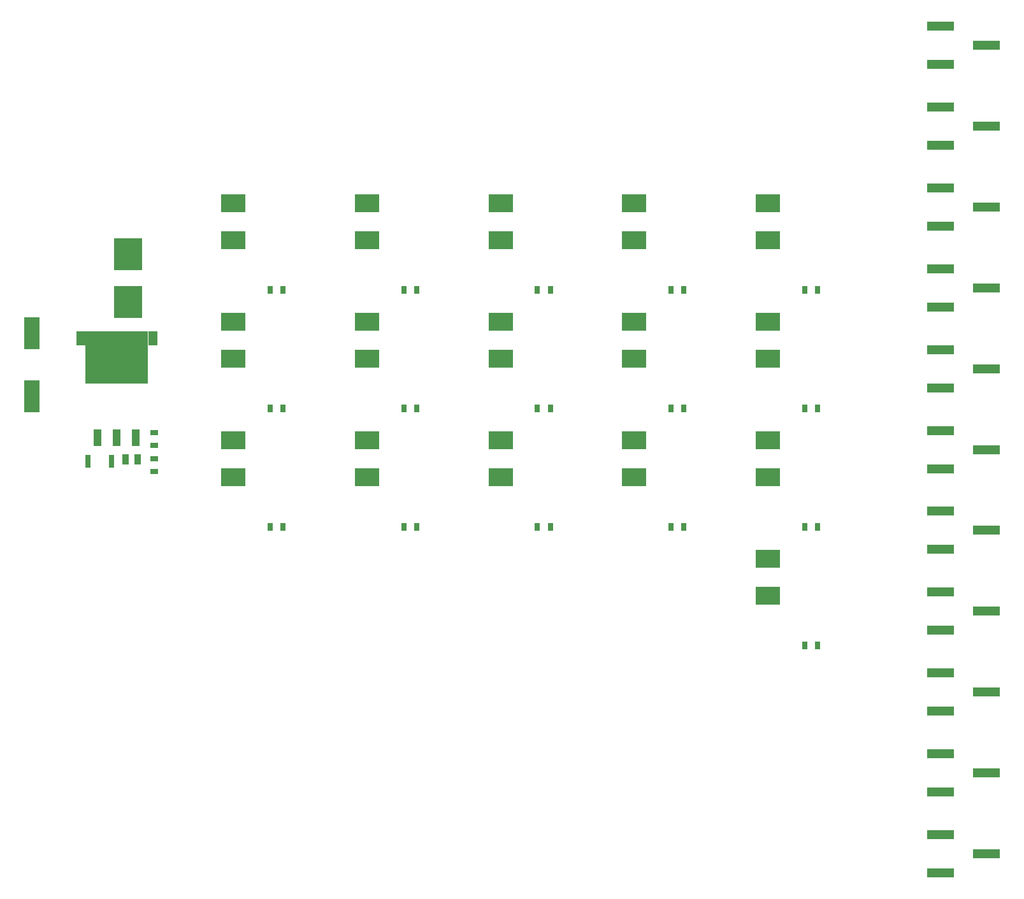
<source format=gbr>
%TF.GenerationSoftware,KiCad,Pcbnew,(6.0.1)*%
%TF.CreationDate,2024-03-16T16:01:57+01:00*%
%TF.ProjectId,mock_up_pcb,6d6f636b-5f75-4705-9f70-63622e6b6963,rev?*%
%TF.SameCoordinates,Original*%
%TF.FileFunction,Paste,Top*%
%TF.FilePolarity,Positive*%
%FSLAX46Y46*%
G04 Gerber Fmt 4.6, Leading zero omitted, Abs format (unit mm)*
G04 Created by KiCad (PCBNEW (6.0.1)) date 2024-03-16 16:01:57*
%MOMM*%
%LPD*%
G01*
G04 APERTURE LIST*
%ADD10R,3.300000X2.450000*%
%ADD11R,0.800000X1.000000*%
%ADD12R,3.550000X1.190000*%
%ADD13R,1.070000X2.160000*%
%ADD14R,8.330000X7.000000*%
%ADD15R,1.235000X1.910000*%
%ADD16R,0.960000X1.390000*%
%ADD17R,3.810000X4.240000*%
%ADD18R,0.710000X1.780000*%
%ADD19R,2.050000X4.300000*%
%ADD20R,1.000000X0.800000*%
G04 APERTURE END LIST*
D10*
%TO.C,R14*%
X225500000Y-97450000D03*
X225500000Y-92550000D03*
%TD*%
D11*
%TO.C,R9*%
X265900000Y-88250000D03*
X267600000Y-88250000D03*
%TD*%
%TO.C,R7*%
X248150000Y-88250000D03*
X249850000Y-88250000D03*
%TD*%
%TO.C,R17*%
X194900000Y-119750000D03*
X196600000Y-119750000D03*
%TD*%
D12*
%TO.C,VR3*%
X283925000Y-139210000D03*
X290075000Y-141750000D03*
X283925000Y-144290000D03*
%TD*%
%TO.C,VR5*%
X283925000Y-117710000D03*
X290075000Y-120250000D03*
X283925000Y-122790000D03*
%TD*%
D11*
%TO.C,R11*%
X194900000Y-104000000D03*
X196600000Y-104000000D03*
%TD*%
%TO.C,R21*%
X230400000Y-119750000D03*
X232100000Y-119750000D03*
%TD*%
D12*
%TO.C,VR6*%
X283925000Y-106960000D03*
X290075000Y-109500000D03*
X283925000Y-112040000D03*
%TD*%
%TO.C,VR4*%
X283925000Y-128460000D03*
X290075000Y-131000000D03*
X283925000Y-133540000D03*
%TD*%
D10*
%TO.C,R24*%
X261000000Y-113200000D03*
X261000000Y-108300000D03*
%TD*%
D13*
%TO.C,IC1*%
X171960000Y-107920000D03*
X174500000Y-107920000D03*
X177040000Y-107920000D03*
D14*
X174500000Y-97250000D03*
D15*
X179282500Y-94705000D03*
X169717500Y-94705000D03*
%TD*%
D12*
%TO.C,VR10*%
X283925000Y-63960000D03*
X290075000Y-66500000D03*
X283925000Y-69040000D03*
%TD*%
D10*
%TO.C,R8*%
X261000000Y-81700000D03*
X261000000Y-76800000D03*
%TD*%
D16*
%TO.C,C2*%
X177310000Y-110831000D03*
X175690000Y-110831000D03*
%TD*%
D11*
%TO.C,R27*%
X265900000Y-135500000D03*
X267600000Y-135500000D03*
%TD*%
%TO.C,R35*%
X248150000Y-104000000D03*
X249850000Y-104000000D03*
%TD*%
D17*
%TO.C,F1*%
X176000000Y-83565000D03*
X176000000Y-89935000D03*
%TD*%
D10*
%TO.C,R16*%
X190000000Y-113200000D03*
X190000000Y-108300000D03*
%TD*%
D11*
%TO.C,R4*%
X230400000Y-88250000D03*
X232100000Y-88250000D03*
%TD*%
%TO.C,R13*%
X212650000Y-104000000D03*
X214350000Y-104000000D03*
%TD*%
D10*
%TO.C,R32*%
X190000000Y-81700000D03*
X190000000Y-76800000D03*
%TD*%
%TO.C,R12*%
X207750000Y-97450000D03*
X207750000Y-92550000D03*
%TD*%
%TO.C,R3*%
X225500000Y-81700000D03*
X225500000Y-76800000D03*
%TD*%
D11*
%TO.C,R25*%
X265900000Y-119750000D03*
X267600000Y-119750000D03*
%TD*%
D12*
%TO.C,VR2*%
X283925000Y-149960000D03*
X290075000Y-152500000D03*
X283925000Y-155040000D03*
%TD*%
D10*
%TO.C,R28*%
X207750000Y-81700000D03*
X207750000Y-76800000D03*
%TD*%
%TO.C,R5*%
X243250000Y-81700000D03*
X243250000Y-76800000D03*
%TD*%
%TO.C,R18*%
X207750000Y-113200000D03*
X207750000Y-108300000D03*
%TD*%
D18*
%TO.C,C1*%
X170710000Y-111081000D03*
X173790000Y-111081000D03*
%TD*%
D10*
%TO.C,R34*%
X243250000Y-97450000D03*
X243250000Y-92550000D03*
%TD*%
%TO.C,R20*%
X225500000Y-113200000D03*
X225500000Y-108300000D03*
%TD*%
D19*
%TO.C,C3*%
X163250000Y-102450000D03*
X163250000Y-94050000D03*
%TD*%
D11*
%TO.C,R23*%
X248150000Y-119750000D03*
X249850000Y-119750000D03*
%TD*%
D12*
%TO.C,VR8*%
X283925000Y-85460000D03*
X290075000Y-88000000D03*
X283925000Y-90540000D03*
%TD*%
D11*
%TO.C,R19*%
X212650000Y-119750000D03*
X214350000Y-119750000D03*
%TD*%
%TO.C,R15*%
X230400000Y-104000000D03*
X232100000Y-104000000D03*
%TD*%
%TO.C,R29*%
X212650000Y-88250000D03*
X214350000Y-88250000D03*
%TD*%
D10*
%TO.C,R30*%
X261000000Y-97450000D03*
X261000000Y-92550000D03*
%TD*%
D12*
%TO.C,VR11*%
X283925000Y-53210000D03*
X290075000Y-55750000D03*
X283925000Y-58290000D03*
%TD*%
D10*
%TO.C,R10*%
X190000000Y-97450000D03*
X190000000Y-92550000D03*
%TD*%
%TO.C,R22*%
X243250000Y-113200000D03*
X243250000Y-108300000D03*
%TD*%
D12*
%TO.C,VR1*%
X283925000Y-160710000D03*
X290075000Y-163250000D03*
X283925000Y-165790000D03*
%TD*%
D10*
%TO.C,R26*%
X261000000Y-128950000D03*
X261000000Y-124050000D03*
%TD*%
D12*
%TO.C,VR9*%
X283925000Y-74710000D03*
X290075000Y-77250000D03*
X283925000Y-79790000D03*
%TD*%
%TO.C,VR7*%
X283925000Y-96210000D03*
X290075000Y-98750000D03*
X283925000Y-101290000D03*
%TD*%
D20*
%TO.C,R1*%
X179500000Y-107231000D03*
X179500000Y-108931000D03*
%TD*%
D11*
%TO.C,R31*%
X265900000Y-104000000D03*
X267600000Y-104000000D03*
%TD*%
D20*
%TO.C,R2*%
X179500000Y-110731000D03*
X179500000Y-112431000D03*
%TD*%
D11*
%TO.C,R33*%
X194900000Y-88250000D03*
X196600000Y-88250000D03*
%TD*%
M02*

</source>
